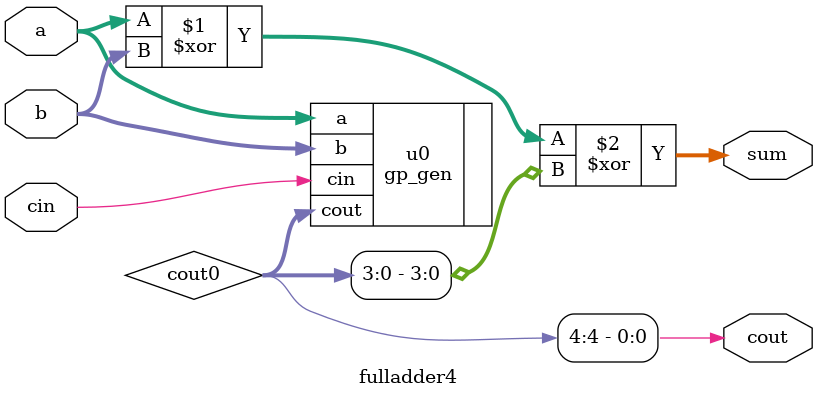
<source format=v>
module fulladder4(sum,cout,a,b,cin);
output[3:0] sum;
output		cout;
input[3:0]	a;
input[3:0]	b;
input		cin;
wire[4:0] cout0;
assign	cout=cout0[4];
gp_gen u0(.cout(cout0),.a(a),.b(b),.cin(cin));
assign sum=a^b^cout0[3:0];
endmodule

</source>
